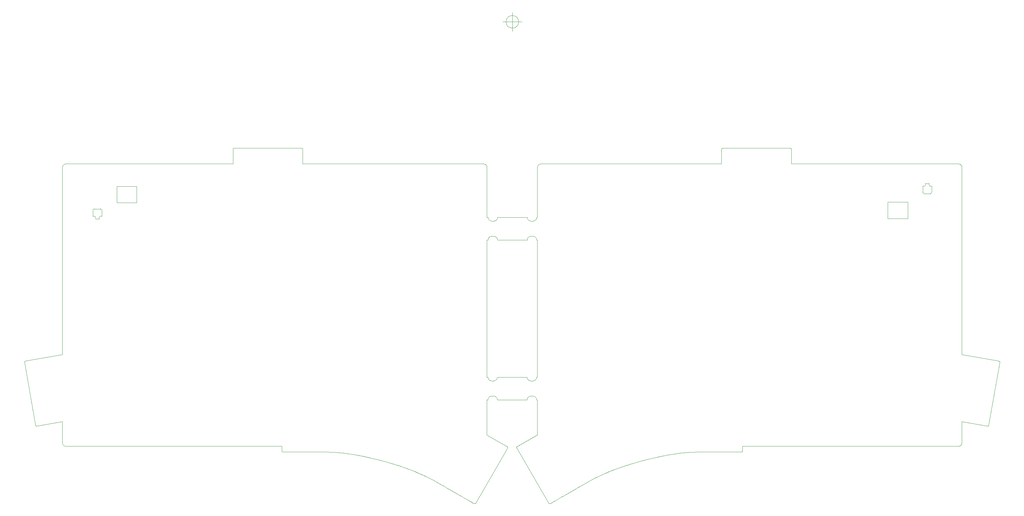
<source format=gm1>
G04 #@! TF.GenerationSoftware,KiCad,Pcbnew,(6.0.10)*
G04 #@! TF.CreationDate,2023-03-21T20:34:56-04:00*
G04 #@! TF.ProjectId,totem_0_3,746f7465-6d5f-4305-9f33-2e6b69636164,0.3*
G04 #@! TF.SameCoordinates,Original*
G04 #@! TF.FileFunction,Profile,NP*
%FSLAX46Y46*%
G04 Gerber Fmt 4.6, Leading zero omitted, Abs format (unit mm)*
G04 Created by KiCad (PCBNEW (6.0.10)) date 2023-03-21 20:34:56*
%MOMM*%
%LPD*%
G01*
G04 APERTURE LIST*
G04 #@! TA.AperFunction,Profile*
%ADD10C,0.100000*%
G04 #@! TD*
%ADD11C,0.010000*%
G04 #@! TA.AperFunction,Profile*
%ADD12C,0.010000*%
G04 #@! TD*
G04 #@! TA.AperFunction,Profile*
%ADD13C,0.120000*%
G04 #@! TD*
G04 #@! TA.AperFunction,Profile*
%ADD14C,0.080000*%
G04 #@! TD*
G04 APERTURE END LIST*
D10*
X45071500Y-55665000D02*
X50396500Y-55665000D01*
X50396500Y-55665000D02*
X50396500Y-59990000D01*
X50396500Y-59990000D02*
X45071500Y-59990000D01*
X45071500Y-59990000D02*
X45071500Y-55665000D01*
X249584000Y-59840000D02*
X254909000Y-59840000D01*
X254909000Y-59840000D02*
X254909000Y-64165000D01*
X254909000Y-64165000D02*
X249584000Y-64165000D01*
X249584000Y-64165000D02*
X249584000Y-59840000D01*
D11*
X148600903Y-124655542D02*
X143266905Y-121575788D01*
X23872776Y-119240412D02*
X30632000Y-118048021D01*
D12*
X153972565Y-69884348D02*
X146077562Y-69884345D01*
D11*
X156617956Y-121575788D02*
X151283958Y-124655542D01*
X75896883Y-45795611D02*
X75896883Y-49655000D01*
X31630362Y-124592044D02*
X88861504Y-124592044D01*
X205502311Y-45795611D02*
X205502311Y-49655000D01*
X94396546Y-49655000D02*
X94396546Y-45795611D01*
X94100214Y-45499278D02*
X76193215Y-45499278D01*
D12*
X156472562Y-69884345D02*
X156625000Y-69884000D01*
X143270414Y-106284351D02*
X143547568Y-106284351D01*
D11*
X76193215Y-45499278D02*
X76178087Y-45499667D01*
X76163144Y-45500823D01*
X76148405Y-45502725D01*
X76133889Y-45505355D01*
X76119617Y-45508692D01*
X76105607Y-45512719D01*
X76091878Y-45517414D01*
X76078451Y-45522760D01*
X76065344Y-45528735D01*
X76052576Y-45535322D01*
X76040168Y-45542501D01*
X76028139Y-45550252D01*
X76016507Y-45558556D01*
X76005293Y-45567393D01*
X75994515Y-45576745D01*
X75984194Y-45586591D01*
X75974347Y-45596913D01*
X75964996Y-45607690D01*
X75956159Y-45618905D01*
X75947855Y-45630537D01*
X75940104Y-45642566D01*
X75932926Y-45654974D01*
X75926339Y-45667742D01*
X75920364Y-45680849D01*
X75915019Y-45694276D01*
X75910323Y-45708005D01*
X75906297Y-45722015D01*
X75902960Y-45736287D01*
X75900330Y-45750802D01*
X75898428Y-45765540D01*
X75897272Y-45780483D01*
X75896883Y-45795611D01*
X184423903Y-128454965D02*
X185237412Y-128240549D01*
X186026150Y-128039530D01*
X186790916Y-127851475D01*
X187532507Y-127675952D01*
X188251723Y-127512530D01*
X188949361Y-127360775D01*
X189626220Y-127220256D01*
X190283099Y-127090541D01*
X190920795Y-126971197D01*
X191540108Y-126861793D01*
X192141835Y-126761895D01*
X192726775Y-126671073D01*
X193295726Y-126588893D01*
X193849488Y-126514925D01*
X194388857Y-126448735D01*
X194914633Y-126389891D01*
X195427613Y-126337962D01*
X195928598Y-126292514D01*
X196418383Y-126253117D01*
X196897769Y-126219338D01*
X197367553Y-126190745D01*
X197828535Y-126166905D01*
X198281511Y-126147386D01*
X198727281Y-126131757D01*
X199166643Y-126119585D01*
X199600396Y-126110438D01*
X200029337Y-126103884D01*
X200454266Y-126099490D01*
X200875980Y-126096825D01*
X201295278Y-126095457D01*
X201712959Y-126094953D01*
X202129821Y-126094881D01*
X160032853Y-139810883D02*
X160132108Y-139753557D01*
X160246260Y-139687639D01*
X160374724Y-139613466D01*
X160516915Y-139531374D01*
X160672247Y-139441702D01*
X160840135Y-139344786D01*
X161019994Y-139240964D01*
X161211239Y-139130572D01*
X161413284Y-139013948D01*
X161625544Y-138891429D01*
X161847435Y-138763352D01*
X162078369Y-138630055D01*
X162317764Y-138491874D01*
X162565032Y-138349147D01*
X162819590Y-138202211D01*
X163080851Y-138051404D01*
X163348231Y-137897061D01*
X163621144Y-137739521D01*
X163899005Y-137579121D01*
X164181229Y-137416197D01*
X164467230Y-137251088D01*
X164756424Y-137084129D01*
X165048225Y-136915660D01*
X165342047Y-136746015D01*
X165637307Y-136575534D01*
X165933417Y-136404553D01*
X166229794Y-136233409D01*
X166525852Y-136062439D01*
X166821005Y-135891980D01*
X167114669Y-135722371D01*
X167406258Y-135553947D01*
X167695187Y-135387047D01*
D12*
X156472565Y-63884348D02*
X156624954Y-63884348D01*
D11*
X279289366Y-102349410D02*
X279291621Y-102334231D01*
X279293106Y-102319134D01*
X279293834Y-102304141D01*
X279293819Y-102289272D01*
X279293075Y-102274548D01*
X279291616Y-102259989D01*
X279289458Y-102245616D01*
X279286613Y-102231450D01*
X279283097Y-102217511D01*
X279278923Y-102203820D01*
X279274106Y-102190398D01*
X279268659Y-102177265D01*
X279262597Y-102164442D01*
X279255935Y-102151950D01*
X279248686Y-102139809D01*
X279240865Y-102128040D01*
X279232485Y-102116664D01*
X279223562Y-102105702D01*
X279214109Y-102095173D01*
X279204141Y-102085100D01*
X279193671Y-102075502D01*
X279182714Y-102066400D01*
X279171284Y-102057814D01*
X279159395Y-102049767D01*
X279147062Y-102042277D01*
X279134299Y-102035366D01*
X279121120Y-102029055D01*
X279107538Y-102023364D01*
X279093570Y-102018313D01*
X279079227Y-102013925D01*
X279064526Y-102010218D01*
X279049480Y-102007215D01*
X143273902Y-63884351D02*
X143273902Y-63840648D01*
X143273902Y-63724996D01*
X143273902Y-63542202D01*
X143273902Y-63297077D01*
X143273902Y-62994430D01*
X143273902Y-62639071D01*
X143273902Y-62235808D01*
X143273902Y-61789452D01*
X143273902Y-61304811D01*
X143273902Y-60786695D01*
X143273902Y-60239915D01*
X143273902Y-59669278D01*
X143273902Y-59079595D01*
X143273902Y-58475674D01*
X143273902Y-57862327D01*
X143273902Y-57244361D01*
X143273902Y-56626587D01*
X143273902Y-56013813D01*
X143273902Y-55410850D01*
X143273902Y-54822506D01*
X143273902Y-54253592D01*
X143273902Y-53708916D01*
X143273902Y-53193288D01*
X143273902Y-52711518D01*
X143273902Y-52268415D01*
X143273902Y-51868788D01*
X143273902Y-51517447D01*
X143273902Y-51219201D01*
X143273902Y-50978861D01*
X143273902Y-50801234D01*
X143273902Y-50691131D01*
X143273902Y-50653362D01*
X143266905Y-121575788D02*
X143266905Y-112280091D01*
D12*
X156442565Y-106284348D02*
X156625000Y-106284348D01*
D11*
X89157836Y-126094881D02*
X89264839Y-126094881D01*
X89387091Y-126094881D01*
X89524110Y-126094881D01*
X89675413Y-126094881D01*
X89840519Y-126094881D01*
X90018946Y-126094881D01*
X90210211Y-126094881D01*
X90413834Y-126094881D01*
X90629332Y-126094881D01*
X90856224Y-126094881D01*
X91094027Y-126094881D01*
X91342259Y-126094881D01*
X91600440Y-126094881D01*
X91868086Y-126094881D01*
X92144716Y-126094881D01*
X92429848Y-126094881D01*
X92723000Y-126094881D01*
X93023691Y-126094881D01*
X93331438Y-126094881D01*
X93645759Y-126094881D01*
X93966173Y-126094881D01*
X94292198Y-126094881D01*
X94623352Y-126094881D01*
X94959153Y-126094881D01*
X95299119Y-126094881D01*
X95642769Y-126094881D01*
X95989620Y-126094881D01*
X96339190Y-126094881D01*
X96690998Y-126094881D01*
X97044561Y-126094881D01*
X97399399Y-126094881D01*
X97755029Y-126094881D01*
X276354252Y-119000525D02*
X279289366Y-102349410D01*
X211023356Y-125798549D02*
X211023356Y-124592044D01*
X151174598Y-125057714D02*
X159630681Y-139701523D01*
X269252855Y-123593688D02*
X269252855Y-118048021D01*
X97755029Y-126094881D02*
X98171891Y-126094953D01*
X98589572Y-126095457D01*
X99008871Y-126096825D01*
X99430586Y-126099490D01*
X99855514Y-126103884D01*
X100284456Y-126110438D01*
X100718209Y-126119585D01*
X101157571Y-126131757D01*
X101603341Y-126147386D01*
X102056317Y-126166905D01*
X102517298Y-126190745D01*
X102987081Y-126219338D01*
X103466467Y-126253117D01*
X103956252Y-126292514D01*
X104457236Y-126337962D01*
X104970216Y-126389891D01*
X105495991Y-126448735D01*
X106035360Y-126514925D01*
X106589121Y-126588893D01*
X107158072Y-126671073D01*
X107743011Y-126761895D01*
X108344738Y-126861793D01*
X108964051Y-126971197D01*
X109601747Y-127090541D01*
X110258626Y-127220256D01*
X110935485Y-127360775D01*
X111633123Y-127512530D01*
X112352339Y-127675952D01*
X113093931Y-127851475D01*
X113858697Y-128039530D01*
X114647436Y-128240549D01*
X115460947Y-128454965D01*
X269252855Y-118048021D02*
X276012068Y-119240412D01*
X223705657Y-45499278D02*
X205798654Y-45499278D01*
X88861504Y-124592044D02*
X88861504Y-125798549D01*
X88861504Y-125798549D02*
X88861883Y-125813676D01*
X88863010Y-125828619D01*
X88864867Y-125843357D01*
X88867436Y-125857872D01*
X88870700Y-125872144D01*
X88874642Y-125886154D01*
X88879244Y-125899883D01*
X88884489Y-125913310D01*
X88890359Y-125926417D01*
X88896837Y-125939184D01*
X88903905Y-125951592D01*
X88911547Y-125963622D01*
X88919743Y-125975254D01*
X88928478Y-125986468D01*
X88937734Y-125997246D01*
X88947493Y-126007568D01*
X88957737Y-126017414D01*
X88968450Y-126026765D01*
X88979614Y-126035603D01*
X88991211Y-126043907D01*
X89003224Y-126051657D01*
X89015635Y-126058836D01*
X89028428Y-126065423D01*
X89041585Y-126071399D01*
X89055087Y-126076744D01*
X89068919Y-126081439D01*
X89083062Y-126085466D01*
X89097498Y-126088803D01*
X89112212Y-126091433D01*
X89127184Y-126093335D01*
X89142398Y-126094491D01*
X89157836Y-126094881D01*
D12*
X143270414Y-69884348D02*
X143270414Y-106284351D01*
D11*
X268261508Y-49655000D02*
X224002000Y-49655000D01*
D12*
X156442562Y-112284345D02*
X156617956Y-112280091D01*
D11*
X205502311Y-49655000D02*
X157623310Y-49655000D01*
X30632000Y-100278606D02*
X20835361Y-102007215D01*
X167695187Y-135387047D02*
X168066413Y-135172731D01*
X168438528Y-134958403D01*
X168812421Y-134744047D01*
X169188980Y-134529651D01*
X169569095Y-134315200D01*
X169953653Y-134100682D01*
X170343545Y-133886082D01*
X170739659Y-133671388D01*
X171142883Y-133456585D01*
X171554107Y-133241660D01*
X171974219Y-133026599D01*
X172404108Y-132811389D01*
X172844664Y-132596016D01*
X173296774Y-132380467D01*
X173761328Y-132164728D01*
X174239214Y-131948786D01*
X174731322Y-131732626D01*
X175238539Y-131516236D01*
X175761756Y-131299602D01*
X176301861Y-131082710D01*
X176859742Y-130865547D01*
X177436289Y-130648099D01*
X178032390Y-130430352D01*
X178648934Y-130212294D01*
X179286810Y-129993910D01*
X179946908Y-129775186D01*
X180630114Y-129556110D01*
X181337320Y-129336668D01*
X182069412Y-129116846D01*
X182827281Y-128896630D01*
X183611815Y-128676008D01*
X184423903Y-128454965D01*
X31630362Y-49655000D02*
X31578768Y-49656302D01*
X31527876Y-49660165D01*
X31477748Y-49666528D01*
X31428444Y-49675326D01*
X31380027Y-49686495D01*
X31332558Y-49699974D01*
X31286097Y-49715697D01*
X31240707Y-49733603D01*
X31196449Y-49753628D01*
X31153384Y-49775708D01*
X31111573Y-49799780D01*
X31071078Y-49825780D01*
X31031960Y-49853647D01*
X30994280Y-49883315D01*
X30958101Y-49914723D01*
X30923483Y-49947806D01*
X30890487Y-49982501D01*
X30859176Y-50018746D01*
X30829609Y-50056476D01*
X30801850Y-50095628D01*
X30775959Y-50136140D01*
X30751997Y-50177947D01*
X30730026Y-50220987D01*
X30710107Y-50265196D01*
X30692302Y-50310511D01*
X30676671Y-50356868D01*
X30663277Y-50404205D01*
X30652181Y-50452458D01*
X30643444Y-50501563D01*
X30637127Y-50551458D01*
X30633292Y-50602078D01*
X30632000Y-50653362D01*
X142275546Y-49655000D02*
X94396546Y-49655000D01*
X23530582Y-119000525D02*
X23533586Y-119015570D01*
X23537293Y-119030271D01*
X23541682Y-119044612D01*
X23546732Y-119058581D01*
X23552423Y-119072161D01*
X23558735Y-119085340D01*
X23565646Y-119098103D01*
X23573135Y-119110436D01*
X23581183Y-119122325D01*
X23589768Y-119133754D01*
X23598870Y-119144711D01*
X23608468Y-119155181D01*
X23618542Y-119165150D01*
X23629070Y-119174603D01*
X23640032Y-119183527D01*
X23651408Y-119191907D01*
X23663176Y-119199728D01*
X23675317Y-119206977D01*
X23687809Y-119213640D01*
X23700631Y-119219702D01*
X23713764Y-119225149D01*
X23727186Y-119229967D01*
X23740877Y-119234141D01*
X23754816Y-119237658D01*
X23768982Y-119240503D01*
X23783355Y-119242662D01*
X23797914Y-119244120D01*
X23812638Y-119244864D01*
X23827507Y-119244880D01*
X23842500Y-119244152D01*
X23857596Y-119242667D01*
X23872776Y-119240412D01*
D10*
X146077565Y-63884348D02*
X153972568Y-63884348D01*
D11*
X269259875Y-100278617D02*
X269259875Y-50653362D01*
D12*
X143273902Y-63884351D02*
X143577568Y-63884351D01*
D11*
X276012068Y-119240412D02*
X276027247Y-119242666D01*
X276042344Y-119244150D01*
X276057338Y-119244877D01*
X276072208Y-119244861D01*
X276086932Y-119244116D01*
X276101492Y-119242657D01*
X276115865Y-119240498D01*
X276130032Y-119237653D01*
X276143971Y-119234136D01*
X276157662Y-119229962D01*
X276171084Y-119225144D01*
X276184217Y-119219697D01*
X276197039Y-119213635D01*
X276209531Y-119206973D01*
X276221671Y-119199724D01*
X276233440Y-119191903D01*
X276244815Y-119183523D01*
X276255777Y-119174600D01*
X276266304Y-119165147D01*
X276276377Y-119155179D01*
X276285975Y-119144709D01*
X276295076Y-119133752D01*
X276303660Y-119122323D01*
X276311707Y-119110435D01*
X276319196Y-119098102D01*
X276326106Y-119085339D01*
X276332416Y-119072161D01*
X276338106Y-119058580D01*
X276343156Y-119044612D01*
X276347543Y-119030271D01*
X276351249Y-119015570D01*
X276354252Y-119000525D01*
X205798654Y-45499278D02*
X205783525Y-45499667D01*
X205768582Y-45500823D01*
X205753842Y-45502725D01*
X205739326Y-45505355D01*
X205725053Y-45508692D01*
X205711042Y-45512719D01*
X205697313Y-45517414D01*
X205683886Y-45522760D01*
X205670778Y-45528735D01*
X205658010Y-45535322D01*
X205645602Y-45542501D01*
X205633572Y-45550252D01*
X205621940Y-45558556D01*
X205610725Y-45567393D01*
X205599947Y-45576745D01*
X205589625Y-45586591D01*
X205579778Y-45596913D01*
X205570426Y-45607690D01*
X205561589Y-45618905D01*
X205553285Y-45630537D01*
X205545534Y-45642566D01*
X205538355Y-45654974D01*
X205531768Y-45667742D01*
X205525793Y-45680849D01*
X205520447Y-45694276D01*
X205515752Y-45708005D01*
X205511725Y-45722015D01*
X205508388Y-45736287D01*
X205505758Y-45750802D01*
X205503856Y-45765540D01*
X205502700Y-45780483D01*
X205502311Y-45795611D01*
X140254179Y-139701523D02*
X148710263Y-125057714D01*
X20835361Y-102007215D02*
X20820315Y-102010218D01*
X20805614Y-102013925D01*
X20791272Y-102018313D01*
X20777304Y-102023364D01*
X20763723Y-102029055D01*
X20750544Y-102035366D01*
X20737781Y-102042277D01*
X20725448Y-102049767D01*
X20713560Y-102057814D01*
X20702130Y-102066400D01*
X20691173Y-102075502D01*
X20680703Y-102085100D01*
X20670735Y-102095173D01*
X20661281Y-102105702D01*
X20652358Y-102116664D01*
X20643979Y-102128040D01*
X20636157Y-102139809D01*
X20628908Y-102151950D01*
X20622245Y-102164442D01*
X20616183Y-102177265D01*
X20610737Y-102190398D01*
X20605919Y-102203820D01*
X20601744Y-102217511D01*
X20598228Y-102231450D01*
X20595383Y-102245616D01*
X20593224Y-102259989D01*
X20591765Y-102274548D01*
X20591020Y-102289272D01*
X20591005Y-102304141D01*
X20591732Y-102319134D01*
X20593216Y-102334231D01*
X20595472Y-102349410D01*
X20595472Y-102349410D02*
X23530582Y-119000525D01*
X75896883Y-49655000D02*
X31630362Y-49655000D01*
D10*
X146047565Y-106284348D02*
X153942568Y-106284348D01*
D11*
X143273902Y-50653362D02*
X143272599Y-50601767D01*
X143268736Y-50550875D01*
X143262373Y-50500747D01*
X143253576Y-50451444D01*
X143242406Y-50403026D01*
X143228928Y-50355557D01*
X143213204Y-50309096D01*
X143195299Y-50263706D01*
X143175275Y-50219448D01*
X143153195Y-50176382D01*
X143129123Y-50134571D01*
X143103122Y-50094076D01*
X143075256Y-50054958D01*
X143045588Y-50017279D01*
X143014181Y-49981100D01*
X142981098Y-49946482D01*
X142946403Y-49913486D01*
X142910159Y-49882175D01*
X142872429Y-49852608D01*
X142833277Y-49824849D01*
X142792765Y-49798958D01*
X142750958Y-49774996D01*
X142707919Y-49753025D01*
X142663710Y-49733106D01*
X142618395Y-49715301D01*
X142572038Y-49699671D01*
X142524702Y-49686277D01*
X142476449Y-49675181D01*
X142427344Y-49666444D01*
X142377449Y-49660127D01*
X142326829Y-49656292D01*
X142275546Y-49655000D01*
X156624954Y-50653362D02*
X156624954Y-63884348D01*
X132189674Y-135387047D02*
X132478592Y-135553946D01*
X132770152Y-135722369D01*
X133063770Y-135891978D01*
X133358863Y-136062436D01*
X133654847Y-136233405D01*
X133951140Y-136404549D01*
X134247157Y-136575530D01*
X134542316Y-136746011D01*
X134836033Y-136915655D01*
X135127724Y-137084125D01*
X135416808Y-137251083D01*
X135702700Y-137416192D01*
X135984816Y-137579116D01*
X136262575Y-137739516D01*
X136535392Y-137897057D01*
X136802684Y-138051399D01*
X137063868Y-138202208D01*
X137318361Y-138349144D01*
X137565579Y-138491871D01*
X137804938Y-138630052D01*
X138035857Y-138763350D01*
X138257750Y-138891427D01*
X138470036Y-139013946D01*
X138672131Y-139130570D01*
X138863451Y-139240963D01*
X139043413Y-139344785D01*
X139211434Y-139441702D01*
X139366931Y-139531374D01*
X139509319Y-139613465D01*
X139638017Y-139687639D01*
X139752441Y-139753557D01*
X139852007Y-139810883D01*
X157623310Y-49655000D02*
X157571715Y-49656302D01*
X157520824Y-49660165D01*
X157470695Y-49666528D01*
X157421392Y-49675326D01*
X157372975Y-49686495D01*
X157325506Y-49699974D01*
X157279045Y-49715697D01*
X157233655Y-49733603D01*
X157189397Y-49753628D01*
X157146332Y-49775708D01*
X157104521Y-49799780D01*
X157064027Y-49825780D01*
X157024909Y-49853647D01*
X156987230Y-49883315D01*
X156951051Y-49914723D01*
X156916433Y-49947806D01*
X156883438Y-49982501D01*
X156852126Y-50018746D01*
X156822561Y-50056476D01*
X156794801Y-50095628D01*
X156768910Y-50136140D01*
X156744949Y-50177947D01*
X156722978Y-50220987D01*
X156703060Y-50265196D01*
X156685255Y-50310511D01*
X156669625Y-50356868D01*
X156656231Y-50404205D01*
X156645135Y-50452458D01*
X156636397Y-50501563D01*
X156630081Y-50551458D01*
X156626245Y-50602078D01*
X156624954Y-50653362D01*
X30632000Y-50653362D02*
X30632000Y-100278606D01*
X210727014Y-126094881D02*
X210742142Y-126094491D01*
X210757085Y-126093335D01*
X210771825Y-126091433D01*
X210786340Y-126088803D01*
X210800613Y-126085466D01*
X210814624Y-126081439D01*
X210828353Y-126076744D01*
X210841781Y-126071399D01*
X210854888Y-126065423D01*
X210867656Y-126058836D01*
X210880065Y-126051657D01*
X210892095Y-126043907D01*
X210903727Y-126035603D01*
X210914941Y-126026765D01*
X210925719Y-126017414D01*
X210936041Y-126007568D01*
X210945888Y-125997246D01*
X210955240Y-125986468D01*
X210964077Y-125975254D01*
X210972381Y-125963622D01*
X210980132Y-125951592D01*
X210987311Y-125939184D01*
X210993898Y-125926417D01*
X210999873Y-125913310D01*
X211005219Y-125899883D01*
X211009914Y-125886154D01*
X211013941Y-125872144D01*
X211017278Y-125857872D01*
X211019908Y-125843357D01*
X211021810Y-125828619D01*
X211022966Y-125813676D01*
X211023356Y-125798549D01*
X156617956Y-112280091D02*
X156617956Y-121575788D01*
X211023356Y-124592044D02*
X268254488Y-124592044D01*
X30632000Y-123593688D02*
X30633302Y-123645282D01*
X30637165Y-123696173D01*
X30643528Y-123746302D01*
X30652326Y-123795605D01*
X30663495Y-123844022D01*
X30676973Y-123891492D01*
X30692697Y-123937952D01*
X30710603Y-123983342D01*
X30730627Y-124027600D01*
X30752707Y-124070665D01*
X30776779Y-124112476D01*
X30802780Y-124152971D01*
X30830646Y-124192088D01*
X30860314Y-124229768D01*
X30891722Y-124265947D01*
X30924805Y-124300565D01*
X30959500Y-124333560D01*
X30995745Y-124364871D01*
X31033475Y-124394437D01*
X31072627Y-124422196D01*
X31113139Y-124448087D01*
X31154946Y-124472048D01*
X31197986Y-124494019D01*
X31242195Y-124513938D01*
X31287510Y-124531742D01*
X31333867Y-124547373D01*
X31381204Y-124560766D01*
X31429457Y-124571862D01*
X31478562Y-124580600D01*
X31528457Y-124586916D01*
X31579078Y-124590752D01*
X31630362Y-124592044D01*
X115460947Y-128454965D02*
X116273035Y-128676008D01*
X117057570Y-128896630D01*
X117815439Y-129116846D01*
X118547533Y-129336668D01*
X119254739Y-129556111D01*
X119937946Y-129775187D01*
X120598044Y-129993911D01*
X121235921Y-130212295D01*
X121852466Y-130430354D01*
X122448567Y-130648101D01*
X123025114Y-130865549D01*
X123582996Y-131082713D01*
X124123101Y-131299605D01*
X124646318Y-131516240D01*
X125153536Y-131732630D01*
X125645644Y-131948790D01*
X126123531Y-132164732D01*
X126588085Y-132380471D01*
X127040195Y-132596020D01*
X127480751Y-132811393D01*
X127910640Y-133026603D01*
X128330753Y-133241664D01*
X128741976Y-133456589D01*
X129145201Y-133671392D01*
X129541315Y-133886086D01*
X129931206Y-134100686D01*
X130315765Y-134315204D01*
X130695880Y-134529654D01*
X131072439Y-134744049D01*
X131446332Y-134958404D01*
X131818447Y-135172732D01*
X132189674Y-135387047D01*
X139852007Y-139810883D02*
X139865345Y-139818108D01*
X139878886Y-139824577D01*
X139892603Y-139830294D01*
X139906473Y-139835268D01*
X139920469Y-139839506D01*
X139934567Y-139843014D01*
X139948741Y-139845800D01*
X139962966Y-139847871D01*
X139977216Y-139849234D01*
X139991468Y-139849896D01*
X140005695Y-139849864D01*
X140019872Y-139849145D01*
X140033975Y-139847747D01*
X140047977Y-139845677D01*
X140061854Y-139842941D01*
X140075580Y-139839547D01*
X140089131Y-139835502D01*
X140102481Y-139830813D01*
X140115605Y-139825487D01*
X140128477Y-139819531D01*
X140141073Y-139812952D01*
X140153368Y-139805758D01*
X140165335Y-139797955D01*
X140176951Y-139789551D01*
X140188189Y-139780553D01*
X140199025Y-139770967D01*
X140209433Y-139760802D01*
X140219389Y-139750063D01*
X140228866Y-139738759D01*
X140237840Y-139726896D01*
X140246286Y-139714482D01*
X140254179Y-139701523D01*
D12*
X143547565Y-112284348D02*
X143266905Y-112280091D01*
D11*
X151283958Y-124655542D02*
X151270998Y-124663434D01*
X151258584Y-124671880D01*
X151246721Y-124680854D01*
X151235417Y-124690331D01*
X151224678Y-124700286D01*
X151214513Y-124710694D01*
X151204927Y-124721530D01*
X151195929Y-124732768D01*
X151187525Y-124744383D01*
X151179722Y-124756351D01*
X151172528Y-124768645D01*
X151165949Y-124781240D01*
X151159993Y-124794113D01*
X151154667Y-124807236D01*
X151149978Y-124820586D01*
X151145933Y-124834136D01*
X151142539Y-124847862D01*
X151139803Y-124861739D01*
X151137733Y-124875741D01*
X151136335Y-124889843D01*
X151135616Y-124904020D01*
X151135584Y-124918247D01*
X151136246Y-124932499D01*
X151137609Y-124946750D01*
X151139680Y-124960975D01*
X151142466Y-124975149D01*
X151145974Y-124989247D01*
X151150212Y-125003244D01*
X151155186Y-125017114D01*
X151160903Y-125030833D01*
X151167372Y-125044374D01*
X151174598Y-125057714D01*
X279049480Y-102007215D02*
X279056521Y-102007226D01*
D12*
X156625000Y-69884000D02*
X156625000Y-106284348D01*
D11*
X268254488Y-124592044D02*
X268306082Y-124590741D01*
X268356974Y-124586878D01*
X268407102Y-124580515D01*
X268456406Y-124571718D01*
X268504823Y-124560548D01*
X268552293Y-124547070D01*
X268598753Y-124531346D01*
X268644144Y-124513441D01*
X268688402Y-124493417D01*
X268731468Y-124471337D01*
X268773279Y-124447265D01*
X268813774Y-124421265D01*
X268852892Y-124393399D01*
X268890572Y-124363730D01*
X268926752Y-124332323D01*
X268961370Y-124299240D01*
X268994366Y-124264545D01*
X269025677Y-124228301D01*
X269055244Y-124190571D01*
X269083003Y-124151419D01*
X269108895Y-124110908D01*
X269132857Y-124069101D01*
X269154828Y-124026061D01*
X269174747Y-123981852D01*
X269192552Y-123936538D01*
X269208183Y-123890180D01*
X269221577Y-123842844D01*
X269232673Y-123794591D01*
X269241410Y-123745486D01*
X269247727Y-123695592D01*
X269251562Y-123644971D01*
X269252855Y-123593688D01*
X279056521Y-102007226D02*
X269259875Y-100278617D01*
X148710263Y-125057714D02*
X148717488Y-125044375D01*
X148723957Y-125030834D01*
X148729674Y-125017117D01*
X148734648Y-125003247D01*
X148738886Y-124989251D01*
X148742394Y-124975153D01*
X148745180Y-124960979D01*
X148747251Y-124946755D01*
X148748614Y-124932504D01*
X148749276Y-124918252D01*
X148749244Y-124904025D01*
X148748525Y-124889848D01*
X148747127Y-124875746D01*
X148745057Y-124861744D01*
X148742321Y-124847867D01*
X148738927Y-124834140D01*
X148734882Y-124820590D01*
X148730193Y-124807240D01*
X148724867Y-124794116D01*
X148718911Y-124781243D01*
X148712332Y-124768647D01*
X148705138Y-124756353D01*
X148697335Y-124744385D01*
X148688931Y-124732770D01*
X148679933Y-124721531D01*
X148670347Y-124710695D01*
X148660182Y-124700287D01*
X148649443Y-124690332D01*
X148638139Y-124680854D01*
X148626276Y-124671880D01*
X148613862Y-124663434D01*
X148600903Y-124655542D01*
X30632000Y-118048021D02*
X30632000Y-123593688D01*
X159630681Y-139701523D02*
X159638573Y-139714482D01*
X159647019Y-139726896D01*
X159655993Y-139738759D01*
X159665470Y-139750063D01*
X159675425Y-139760802D01*
X159685834Y-139770967D01*
X159696669Y-139780553D01*
X159707907Y-139789551D01*
X159719522Y-139797955D01*
X159731490Y-139805758D01*
X159743784Y-139812952D01*
X159756380Y-139819531D01*
X159769252Y-139825487D01*
X159782375Y-139830813D01*
X159795725Y-139835502D01*
X159809276Y-139839547D01*
X159823002Y-139842941D01*
X159836878Y-139845677D01*
X159850880Y-139847747D01*
X159864983Y-139849145D01*
X159879160Y-139849864D01*
X159893387Y-139849896D01*
X159907638Y-139849234D01*
X159921889Y-139847871D01*
X159936114Y-139845800D01*
X159950289Y-139843014D01*
X159964387Y-139839506D01*
X159978383Y-139835268D01*
X159992253Y-139830294D01*
X160005972Y-139824577D01*
X160019513Y-139818108D01*
X160032853Y-139810883D01*
D12*
X143577565Y-69884348D02*
X143270414Y-69884348D01*
D11*
X224002000Y-45795611D02*
X224001610Y-45780483D01*
X224000454Y-45765539D01*
X223998552Y-45750800D01*
X223995922Y-45736285D01*
X223992585Y-45722013D01*
X223988558Y-45708002D01*
X223983863Y-45694274D01*
X223978517Y-45680846D01*
X223972542Y-45667739D01*
X223965955Y-45654972D01*
X223958776Y-45642564D01*
X223951025Y-45630534D01*
X223942721Y-45618902D01*
X223933884Y-45607688D01*
X223924532Y-45596910D01*
X223914685Y-45586589D01*
X223904363Y-45576742D01*
X223893585Y-45567391D01*
X223882370Y-45558554D01*
X223870738Y-45550250D01*
X223858708Y-45542499D01*
X223846300Y-45535321D01*
X223833532Y-45528734D01*
X223820425Y-45522759D01*
X223806997Y-45517414D01*
X223793268Y-45512718D01*
X223779257Y-45508692D01*
X223764984Y-45505355D01*
X223750468Y-45502725D01*
X223735728Y-45500823D01*
X223720785Y-45499667D01*
X223705657Y-45499278D01*
X202129821Y-126094881D02*
X202485771Y-126094881D01*
X202840908Y-126094881D01*
X203194751Y-126094881D01*
X203546818Y-126094881D01*
X203896626Y-126094881D01*
X204243694Y-126094881D01*
X204587540Y-126094881D01*
X204927682Y-126094881D01*
X205263638Y-126094881D01*
X205594926Y-126094881D01*
X205921065Y-126094881D01*
X206241573Y-126094881D01*
X206555967Y-126094881D01*
X206863765Y-126094881D01*
X207164487Y-126094881D01*
X207457650Y-126094881D01*
X207742771Y-126094881D01*
X208019370Y-126094881D01*
X208286965Y-126094881D01*
X208545072Y-126094881D01*
X208793212Y-126094881D01*
X209030901Y-126094881D01*
X209257658Y-126094881D01*
X209473001Y-126094881D01*
X209676448Y-126094881D01*
X209867517Y-126094881D01*
X210045727Y-126094881D01*
X210210595Y-126094881D01*
X210361639Y-126094881D01*
X210498379Y-126094881D01*
X210620331Y-126094881D01*
X210727014Y-126094881D01*
X94396546Y-45795611D02*
X94396156Y-45780483D01*
X94395000Y-45765539D01*
X94393098Y-45750800D01*
X94390468Y-45736285D01*
X94387131Y-45722013D01*
X94383104Y-45708002D01*
X94378409Y-45694274D01*
X94373063Y-45680846D01*
X94367088Y-45667739D01*
X94360501Y-45654972D01*
X94353322Y-45642564D01*
X94345571Y-45630534D01*
X94337267Y-45618902D01*
X94328430Y-45607688D01*
X94319079Y-45596910D01*
X94309232Y-45586589D01*
X94298911Y-45576742D01*
X94288133Y-45567391D01*
X94276918Y-45558554D01*
X94265287Y-45550250D01*
X94253257Y-45542499D01*
X94240849Y-45535321D01*
X94228082Y-45528734D01*
X94214975Y-45522759D01*
X94201547Y-45517414D01*
X94187819Y-45512718D01*
X94173809Y-45508692D01*
X94159537Y-45505355D01*
X94145022Y-45502725D01*
X94130283Y-45500823D01*
X94115341Y-45499667D01*
X94100214Y-45499278D01*
D10*
X146047562Y-112284345D02*
X153942565Y-112284348D01*
D11*
X269259875Y-50653362D02*
X269258572Y-50601767D01*
X269254708Y-50550875D01*
X269248346Y-50500747D01*
X269239548Y-50451444D01*
X269228378Y-50403026D01*
X269214900Y-50355557D01*
X269199176Y-50309096D01*
X269181270Y-50263706D01*
X269161245Y-50219448D01*
X269139165Y-50176382D01*
X269115093Y-50134571D01*
X269089092Y-50094076D01*
X269061225Y-50054958D01*
X269031557Y-50017279D01*
X269000149Y-49981100D01*
X268967066Y-49946482D01*
X268932370Y-49913486D01*
X268896125Y-49882175D01*
X268858395Y-49852608D01*
X268819242Y-49824849D01*
X268778730Y-49798958D01*
X268736923Y-49774996D01*
X268693883Y-49753025D01*
X268649674Y-49733106D01*
X268604359Y-49715301D01*
X268558001Y-49699671D01*
X268510664Y-49686277D01*
X268462412Y-49675181D01*
X268413306Y-49666444D01*
X268363412Y-49660127D01*
X268312791Y-49656292D01*
X268261508Y-49655000D01*
X224002000Y-49655000D02*
X224002000Y-45795611D01*
D10*
X151675666Y-12000000D02*
G75*
G03*
X151675666Y-12000000I-1666666J0D01*
G01*
X147509000Y-12000000D02*
X152509000Y-12000000D01*
X150009000Y-9500000D02*
X150009000Y-14500000D01*
D13*
X40451200Y-64299000D02*
X39409800Y-64299000D01*
X38724000Y-63613200D02*
X38724000Y-62013000D01*
X39105000Y-61632000D02*
X40756000Y-61632000D01*
X41137000Y-62013000D02*
X41137000Y-63613200D01*
X39105000Y-61632000D02*
G75*
G03*
X38724000Y-62013000I-1J-380999D01*
G01*
X39409800Y-64299000D02*
G75*
G03*
X38724000Y-63613200I-438047J247753D01*
G01*
X41137000Y-63613200D02*
G75*
G03*
X40451200Y-64299000I-247753J-438047D01*
G01*
X41137000Y-62013000D02*
G75*
G03*
X40756000Y-61632000I-380999J1D01*
G01*
X258863000Y-55586800D02*
G75*
G03*
X259548800Y-54901000I247753J438047D01*
G01*
X260895000Y-57568000D02*
G75*
G03*
X261276000Y-57187000I1J380999D01*
G01*
X260590200Y-54901000D02*
G75*
G03*
X261276000Y-55586800I438047J-247753D01*
G01*
X258863000Y-57187000D02*
G75*
G03*
X259244000Y-57568000I380999J-1D01*
G01*
X259548800Y-54901000D02*
X260590200Y-54901000D01*
X258863000Y-57187000D02*
X258863000Y-55586800D01*
X261276000Y-55586800D02*
X261276000Y-57187000D01*
X260895000Y-57568000D02*
X259244000Y-57568000D01*
D14*
X155442565Y-111284348D02*
X154942565Y-111284348D01*
X154942565Y-107284348D02*
X155442565Y-107284348D01*
X154942562Y-111284351D02*
G75*
G03*
X153942565Y-112284348I-1J-999996D01*
G01*
X153942568Y-106284351D02*
G75*
G03*
X154942565Y-107284348I999996J-1D01*
G01*
X156442562Y-112284345D02*
G75*
G03*
X155442565Y-111284348I-999996J1D01*
G01*
X155442568Y-107284345D02*
G75*
G03*
X156442565Y-106284348I1J999996D01*
G01*
X144547565Y-107284348D02*
X145047565Y-107284348D01*
X145047565Y-111284348D02*
X144547565Y-111284348D01*
X145047568Y-107284345D02*
G75*
G03*
X146047565Y-106284348I1J999996D01*
G01*
X146047562Y-112284345D02*
G75*
G03*
X145047565Y-111284348I-999996J1D01*
G01*
X144547562Y-111284351D02*
G75*
G03*
X143547565Y-112284348I-1J-999996D01*
G01*
X143547568Y-106284351D02*
G75*
G03*
X144547565Y-107284348I999996J-1D01*
G01*
X154972565Y-64884348D02*
X155472565Y-64884348D01*
X155472565Y-68884348D02*
X154972565Y-68884348D01*
X154972562Y-68884351D02*
G75*
G03*
X153972565Y-69884348I-1J-999996D01*
G01*
X155472568Y-64884345D02*
G75*
G03*
X156472565Y-63884348I1J999996D01*
G01*
X153972568Y-63884351D02*
G75*
G03*
X154972565Y-64884348I999996J-1D01*
G01*
X156472562Y-69884345D02*
G75*
G03*
X155472565Y-68884348I-999996J1D01*
G01*
X144577565Y-64884348D02*
X145077565Y-64884348D01*
X145077565Y-68884348D02*
X144577565Y-68884348D01*
X146077562Y-69884345D02*
G75*
G03*
X145077565Y-68884348I-999996J1D01*
G01*
X145077568Y-64884345D02*
G75*
G03*
X146077565Y-63884348I1J999996D01*
G01*
X144577562Y-68884351D02*
G75*
G03*
X143577565Y-69884348I-1J-999996D01*
G01*
X143577568Y-63884351D02*
G75*
G03*
X144577565Y-64884348I999996J-1D01*
G01*
M02*

</source>
